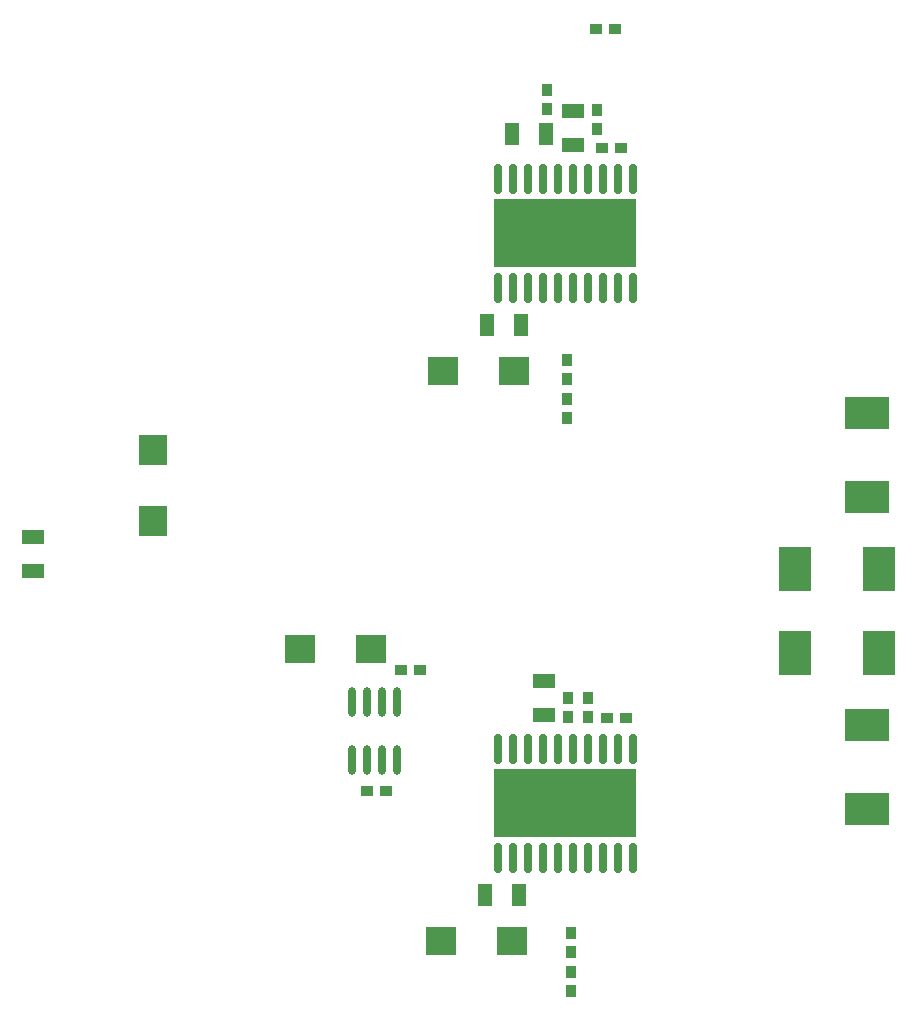
<source format=gtp>
%FSLAX24Y24*%
%MOIN*%
G70*
G01*
G75*
G04 Layer_Color=9021481*
%ADD10R,0.0374X0.0394*%
%ADD11R,0.0512X0.0728*%
%ADD12R,0.0394X0.0374*%
%ADD13R,0.0728X0.0512*%
%ADD14R,0.1004X0.0965*%
%ADD15O,0.0276X0.1024*%
%ADD16R,0.4760X0.2250*%
%ADD17R,0.0965X0.1004*%
%ADD18R,0.1100X0.1500*%
%ADD19R,0.1500X0.1100*%
%ADD20O,0.0276X0.0984*%
%ADD21C,0.0250*%
%ADD22C,0.0500*%
%ADD23C,0.1000*%
%ADD24C,0.2000*%
%ADD25C,0.1500*%
%ADD26C,0.0800*%
%ADD27C,0.3937*%
%ADD28C,0.0748*%
%ADD29R,0.0750X0.0750*%
%ADD30C,0.1000*%
%ADD31C,0.0950*%
%ADD32C,0.0500*%
%ADD33C,0.0400*%
%ADD34C,0.0250*%
%ADD35C,0.0580*%
%ADD36C,0.0070*%
%ADD37C,0.0098*%
%ADD38C,0.0236*%
%ADD39C,0.0098*%
%ADD40C,0.0150*%
%ADD41C,0.0079*%
%ADD42C,0.0100*%
%ADD43C,0.0200*%
%ADD44R,0.0200X0.2470*%
%ADD45R,0.2470X0.0200*%
D10*
X22850Y21085D02*
D03*
Y21715D02*
D03*
X23500Y21085D02*
D03*
Y21715D02*
D03*
X23800Y41315D02*
D03*
Y40685D02*
D03*
X22950Y13250D02*
D03*
Y13880D02*
D03*
Y12580D02*
D03*
Y11950D02*
D03*
X22800Y32350D02*
D03*
Y32980D02*
D03*
Y31680D02*
D03*
Y31050D02*
D03*
X22150Y41335D02*
D03*
Y41965D02*
D03*
D11*
X20079Y15150D02*
D03*
X21221D02*
D03*
X20129Y34150D02*
D03*
X21271D02*
D03*
X20979Y40500D02*
D03*
X22121D02*
D03*
D12*
X24765Y21050D02*
D03*
X24135D02*
D03*
X24615Y40050D02*
D03*
X23985D02*
D03*
X17285Y22650D02*
D03*
X17915D02*
D03*
X16135Y18600D02*
D03*
X16765D02*
D03*
X24415Y44000D02*
D03*
X23785D02*
D03*
D13*
X5000Y25929D02*
D03*
Y27071D02*
D03*
X22050Y22271D02*
D03*
Y21129D02*
D03*
X23000Y41271D02*
D03*
Y40129D02*
D03*
D14*
X20991Y13600D02*
D03*
X18609D02*
D03*
X16291Y23350D02*
D03*
X13909D02*
D03*
X21041Y32600D02*
D03*
X18659D02*
D03*
D15*
X25000Y39000D02*
D03*
X24500D02*
D03*
X24000D02*
D03*
X23500D02*
D03*
X23000D02*
D03*
X22500D02*
D03*
X22000D02*
D03*
X21500D02*
D03*
X21000D02*
D03*
X20500D02*
D03*
X25000Y35378D02*
D03*
X24500D02*
D03*
X24000D02*
D03*
X23500D02*
D03*
X23000D02*
D03*
X22500D02*
D03*
X22000D02*
D03*
X21500D02*
D03*
X21000D02*
D03*
X20500D02*
D03*
X25000Y20000D02*
D03*
X24500D02*
D03*
X24000D02*
D03*
X23500D02*
D03*
X23000D02*
D03*
X22500D02*
D03*
X22000D02*
D03*
X21500D02*
D03*
X21000D02*
D03*
X20500D02*
D03*
X25000Y16378D02*
D03*
X24500D02*
D03*
X24000D02*
D03*
X23500D02*
D03*
X23000D02*
D03*
X22500D02*
D03*
X22000D02*
D03*
X21500D02*
D03*
X21000D02*
D03*
X20500D02*
D03*
D16*
X22750Y37200D02*
D03*
Y18200D02*
D03*
D17*
X9000Y29991D02*
D03*
Y27609D02*
D03*
D18*
X33205Y26000D02*
D03*
X30395D02*
D03*
X33205Y23200D02*
D03*
X30395D02*
D03*
D19*
X32800Y17995D02*
D03*
Y20805D02*
D03*
Y31205D02*
D03*
Y28395D02*
D03*
D20*
X15650Y19635D02*
D03*
X16150D02*
D03*
X16650D02*
D03*
X17150D02*
D03*
X15650Y21565D02*
D03*
X16150D02*
D03*
X16650D02*
D03*
X17150D02*
D03*
M02*

</source>
